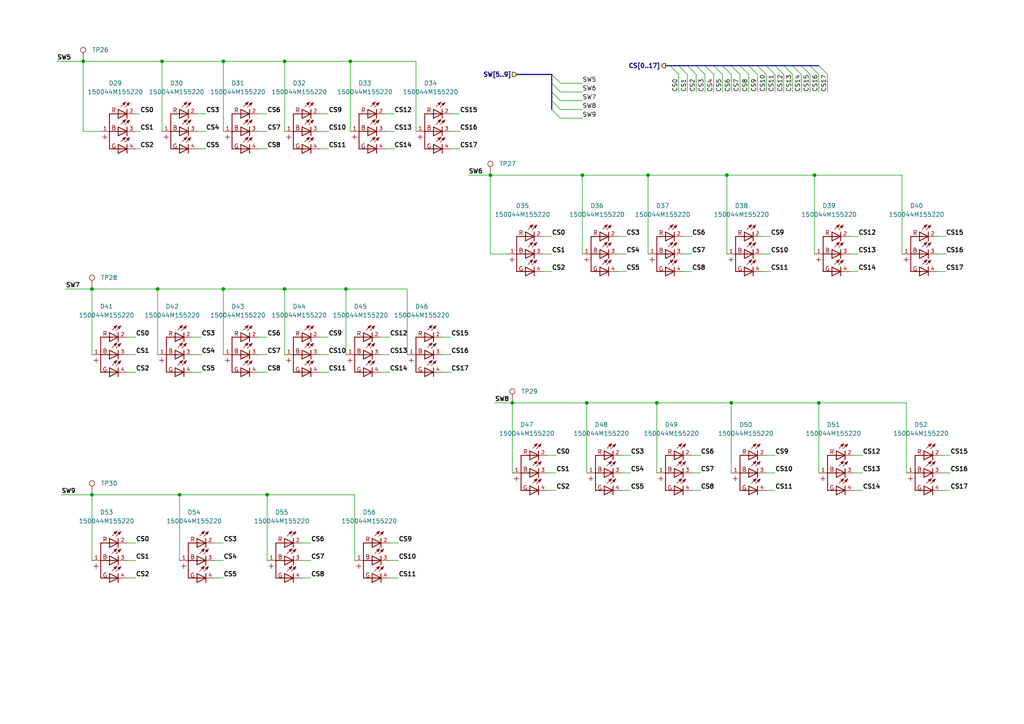
<source format=kicad_sch>
(kicad_sch (version 20250114) (generator "eeschema") (generator_version "9.0")
  (paper "A4")
  (lib_symbols
    (symbol "Connector:TestPoint" (pin_numbers (hide yes)) (pin_names (offset 0.762) (hide yes))
      (property "Reference" "TP" (at 0 6.858 0))
      (property "Value" "TestPoint" (at 0 5.08 0))
      (symbol "TestPoint_0_1"
        (circle (center 0 3.302) (radius 0.762))
      )
      (symbol "TestPoint_1_1"
        (pin passive line (at 0 0 90) (length 2.54) (name "1") (number "1"))
      )
    )
    (symbol "Hourglass_symbol_library:150044M155220" (pin_names (offset 1.016))
      (property "Reference" "D" (at 0 9.652 0))
      (property "Value" "150044M155220" (at 0 -8.128 0))
      (symbol "150044M155220_0_0"
        (polyline (pts (xy -2.54 5.08) (xy 0 5.08)) (stroke (width 0.254)))
        (polyline (pts (xy -2.54 0) (xy -2.54 5.08)) (stroke (width 0.254)))
        (polyline (pts (xy -2.54 -5.08) (xy -2.54 0)) (stroke (width 0.254)))
        (polyline (pts (xy 0 5.08) (xy 0 6.35)) (stroke (width 0.254)))
        (polyline (pts (xy 0 3.81) (xy 0 5.08)) (stroke (width 0.254)))
        (polyline (pts (xy 0 3.81) (xy 2.54 5.08)) (stroke (width 0.254)))
        (polyline (pts (xy 0 0) (xy -2.54 0)) (stroke (width 0.254)))
        (polyline (pts (xy 0 0) (xy 0 1.27)) (stroke (width 0.254)))
        (polyline (pts (xy 0 -1.27) (xy 0 0)) (stroke (width 0.254)))
        (polyline (pts (xy 0 -1.27) (xy 2.54 0)) (stroke (width 0.254)))
        (polyline (pts (xy 0 -5.08) (xy -2.54 -5.08)) (stroke (width 0.254)))
        (polyline (pts (xy 0 -5.08) (xy 0 -3.81)) (stroke (width 0.254)))
        (polyline (pts (xy 0 -6.35) (xy 0 -5.08)) (stroke (width 0.254)))
        (polyline (pts (xy 0 -6.35) (xy 2.54 -5.08)) (stroke (width 0.254)))
        (polyline (pts (xy 0.762 7.112) (xy 2.159 8.509)) (stroke (width 0.1524)))
        (polyline (pts (xy 0.762 2.032) (xy 2.159 3.429)) (stroke (width 0.1524)))
        (polyline (pts (xy 0.762 -3.048) (xy 2.159 -1.651)) (stroke (width 0.1524)))
        (polyline (pts (xy 1.905 6.985) (xy 3.302 8.382)) (stroke (width 0.1524)))
        (polyline (pts (xy 1.905 1.905) (xy 3.302 3.302)) (stroke (width 0.1524)))
        (polyline (pts (xy 1.905 -3.175) (xy 3.302 -1.778)) (stroke (width 0.1524)))
        (polyline (pts (xy 2.159 8.509) (xy 1.27 8.128) (xy 1.778 7.62) (xy 2.159 8.509)) (stroke (width 0.1524)) (fill (type outline)))
        (polyline (pts (xy 2.159 3.429) (xy 1.27 3.048) (xy 1.778 2.54) (xy 2.159 3.429)) (stroke (width 0.1524)) (fill (type outline)))
        (polyline (pts (xy 2.159 -1.651) (xy 1.27 -2.032) (xy 1.778 -2.54) (xy 2.159 -1.651)) (stroke (width 0.1524)) (fill (type outline)))
        (polyline (pts (xy 2.54 5.08) (xy 0 6.35)) (stroke (width 0.254)))
        (polyline (pts (xy 2.54 5.08) (xy 0 5.08)) (stroke (width 0.254)))
        (polyline (pts (xy 2.54 5.08) (xy 2.54 6.35)) (stroke (width 0.254)))
        (polyline (pts (xy 2.54 3.81) (xy 2.54 5.08)) (stroke (width 0.254)))
        (polyline (pts (xy 2.54 0) (xy 0 1.27)) (stroke (width 0.254)))
        (polyline (pts (xy 2.54 0) (xy 0 0)) (stroke (width 0.254)))
        (polyline (pts (xy 2.54 0) (xy 2.54 1.27)) (stroke (width 0.254)))
        (polyline (pts (xy 2.54 -1.27) (xy 2.54 0)) (stroke (width 0.254)))
        (polyline (pts (xy 2.54 -5.08) (xy 0 -3.81)) (stroke (width 0.254)))
        (polyline (pts (xy 2.54 -5.08) (xy 0 -5.08)) (stroke (width 0.254)))
        (polyline (pts (xy 2.54 -5.08) (xy 2.54 -3.81)) (stroke (width 0.254)))
        (polyline (pts (xy 2.54 -6.35) (xy 2.54 -5.08)) (stroke (width 0.254)))
        (polyline (pts (xy 3.302 8.382) (xy 2.413 8.001) (xy 2.921 7.493) (xy 3.302 8.382)) (stroke (width 0.1524)) (fill (type outline)))
        (polyline (pts (xy 3.302 3.302) (xy 2.413 2.921) (xy 2.921 2.413) (xy 3.302 3.302)) (stroke (width 0.1524)) (fill (type outline)))
        (polyline (pts (xy 3.302 -1.778) (xy 2.413 -2.159) (xy 2.921 -2.667) (xy 3.302 -1.778)) (stroke (width 0.1524)) (fill (type outline)))
        (text "+" (at -5.08 -1.524 0) (effects (font (size 1.778 1.778)) (justify left)))
        (text "R" (at -2.032 6.096 0) (effects (font (size 1.27 1.27)) (justify left)))
        (text "B" (at -2.032 1.016 0) (effects (font (size 1.27 1.27)) (justify left)))
        (text "G" (at -2.032 -4.318 0) (effects (font (size 1.27 1.27)) (justify left)))
        (pin passive line (at -5.08 0 0) (length 2.54) (name "~") (number "1"))
        (pin passive line (at 5.08 5.08 180) (length 2.54) (name "~") (number "2"))
        (pin passive line (at 5.08 0 180) (length 2.54) (name "~") (number "3"))
        (pin passive line (at 5.08 -5.08 180) (length 2.54) (name "~") (number "4"))
      )
    )
  )
  (junction (at 212.09 116.84))
  (junction (at 45.72 83.82))
  (junction (at 236.22 50.8))
  (junction (at 64.77 17.78))
  (junction (at 82.55 83.82))
  (junction (at 46.99 17.78))
  (junction (at 168.91 50.8))
  (junction (at 77.47 143.51))
  (junction (at 24.13 17.78))
  (junction (at 52.07 143.51))
  (junction (at 82.55 17.78))
  (junction (at 101.6 17.78))
  (junction (at 190.5 116.84))
  (junction (at 100.33 83.82))
  (junction (at 237.49 116.84))
  (junction (at 26.67 143.51))
  (junction (at 170.18 116.84))
  (junction (at 64.77 83.82))
  (junction (at 210.82 50.8))
  (junction (at 26.67 83.82))
  (junction (at 148.59 116.84))
  (junction (at 187.96 50.8))
  (junction (at 142.24 50.8))
  (bus_entry (at 227.33 19.05) (size 2.54 2.54))
  (bus_entry (at 201.93 19.05) (size 2.54 2.54))
  (bus_entry (at 160.02 29.21) (size 2.54 2.54))
  (bus_entry (at 212.09 19.05) (size 2.54 2.54))
  (bus_entry (at 196.85 19.05) (size 2.54 2.54))
  (bus_entry (at 234.95 19.05) (size 2.54 2.54))
  (bus_entry (at 214.63 19.05) (size 2.54 2.54))
  (bus_entry (at 209.55 19.05) (size 2.54 2.54))
  (bus_entry (at 160.02 24.13) (size 2.54 2.54))
  (bus_entry (at 224.79 19.05) (size 2.54 2.54))
  (bus_entry (at 232.41 19.05) (size 2.54 2.54))
  (bus_entry (at 229.87 19.05) (size 2.54 2.54))
  (bus_entry (at 160.02 21.59) (size 2.54 2.54))
  (bus_entry (at 194.31 19.05) (size 2.54 2.54))
  (bus_entry (at 217.17 19.05) (size 2.54 2.54))
  (bus_entry (at 160.02 26.67) (size 2.54 2.54))
  (bus_entry (at 219.71 19.05) (size 2.54 2.54))
  (bus_entry (at 237.49 19.05) (size 2.54 2.54))
  (bus_entry (at 222.25 19.05) (size 2.54 2.54))
  (bus_entry (at 160.02 31.75) (size 2.54 2.54))
  (bus_entry (at 204.47 19.05) (size 2.54 2.54))
  (bus_entry (at 207.01 19.05) (size 2.54 2.54))
  (bus_entry (at 199.39 19.05) (size 2.54 2.54))
  (wire (pts (xy 158.75 142.24) (xy 161.29 142.24)))
  (wire (pts (xy 157.48 73.66) (xy 160.02 73.66)))
  (wire (pts (xy 180.34 142.24) (xy 182.88 142.24)))
  (bus (pts (xy 227.33 19.05) (xy 229.87 19.05)))
  (wire (pts (xy 92.71 33.02) (xy 95.25 33.02)))
  (bus (pts (xy 160.02 29.21) (xy 160.02 31.75)))
  (wire (pts (xy 148.59 116.84) (xy 143.51 116.84)))
  (wire (pts (xy 179.07 73.66) (xy 181.61 73.66)))
  (wire (pts (xy 120.65 38.1) (xy 120.65 17.78)))
  (wire (pts (xy 237.49 137.16) (xy 237.49 116.84)))
  (wire (pts (xy 232.41 21.59) (xy 232.41 26.67)))
  (wire (pts (xy 198.12 68.58) (xy 200.66 68.58)))
  (wire (pts (xy 212.09 137.16) (xy 212.09 116.84)))
  (bus (pts (xy 160.02 21.59) (xy 160.02 24.13)))
  (wire (pts (xy 57.15 33.02) (xy 59.69 33.02)))
  (wire (pts (xy 162.56 29.21) (xy 168.91 29.21)))
  (wire (pts (xy 199.39 21.59) (xy 199.39 26.67)))
  (wire (pts (xy 135.89 50.8) (xy 142.24 50.8)))
  (bus (pts (xy 149.86 21.59) (xy 160.02 21.59)))
  (wire (pts (xy 168.91 50.8) (xy 142.24 50.8)))
  (wire (pts (xy 62.23 157.48) (xy 64.77 157.48)))
  (wire (pts (xy 87.63 167.64) (xy 90.17 167.64)))
  (wire (pts (xy 273.05 132.08) (xy 275.59 132.08)))
  (wire (pts (xy 130.81 33.02) (xy 133.35 33.02)))
  (wire (pts (xy 246.38 78.74) (xy 248.92 78.74)))
  (wire (pts (xy 130.81 38.1) (xy 133.35 38.1)))
  (wire (pts (xy 162.56 31.75) (xy 168.91 31.75)))
  (wire (pts (xy 55.88 97.79) (xy 58.42 97.79)))
  (bus (pts (xy 194.31 19.05) (xy 196.85 19.05)))
  (wire (pts (xy 247.65 142.24) (xy 250.19 142.24)))
  (wire (pts (xy 19.05 83.82) (xy 26.67 83.82)))
  (wire (pts (xy 204.47 21.59) (xy 204.47 26.67)))
  (wire (pts (xy 64.77 17.78) (xy 46.99 17.78)))
  (wire (pts (xy 74.93 38.1) (xy 77.47 38.1)))
  (wire (pts (xy 26.67 143.51) (xy 17.78 143.51)))
  (wire (pts (xy 74.93 102.87) (xy 77.47 102.87)))
  (bus (pts (xy 232.41 19.05) (xy 234.95 19.05)))
  (wire (pts (xy 111.76 38.1) (xy 114.3 38.1)))
  (wire (pts (xy 227.33 21.59) (xy 227.33 26.67)))
  (bus (pts (xy 204.47 19.05) (xy 207.01 19.05)))
  (wire (pts (xy 220.98 68.58) (xy 223.52 68.58)))
  (wire (pts (xy 217.17 21.59) (xy 217.17 26.67)))
  (wire (pts (xy 247.65 132.08) (xy 250.19 132.08)))
  (bus (pts (xy 207.01 19.05) (xy 209.55 19.05)))
  (wire (pts (xy 207.01 21.59) (xy 207.01 26.67)))
  (wire (pts (xy 55.88 102.87) (xy 58.42 102.87)))
  (wire (pts (xy 64.77 83.82) (xy 45.72 83.82)))
  (wire (pts (xy 102.87 162.56) (xy 102.87 143.51)))
  (bus (pts (xy 196.85 19.05) (xy 199.39 19.05)))
  (wire (pts (xy 118.11 83.82) (xy 100.33 83.82)))
  (wire (pts (xy 92.71 43.18) (xy 95.25 43.18)))
  (wire (pts (xy 62.23 162.56) (xy 64.77 162.56)))
  (wire (pts (xy 36.83 102.87) (xy 39.37 102.87)))
  (wire (pts (xy 92.71 102.87) (xy 95.25 102.87)))
  (wire (pts (xy 92.71 38.1) (xy 95.25 38.1)))
  (wire (pts (xy 210.82 50.8) (xy 187.96 50.8)))
  (wire (pts (xy 200.66 137.16) (xy 203.2 137.16)))
  (wire (pts (xy 148.59 116.84) (xy 148.59 137.16)))
  (wire (pts (xy 101.6 17.78) (xy 82.55 17.78)))
  (wire (pts (xy 102.87 143.51) (xy 77.47 143.51)))
  (wire (pts (xy 36.83 107.95) (xy 39.37 107.95)))
  (wire (pts (xy 222.25 142.24) (xy 224.79 142.24)))
  (wire (pts (xy 158.75 137.16) (xy 161.29 137.16)))
  (wire (pts (xy 39.37 38.1) (xy 40.64 38.1)))
  (wire (pts (xy 180.34 132.08) (xy 182.88 132.08)))
  (wire (pts (xy 120.65 17.78) (xy 101.6 17.78)))
  (wire (pts (xy 118.11 102.87) (xy 118.11 83.82)))
  (wire (pts (xy 170.18 116.84) (xy 148.59 116.84)))
  (wire (pts (xy 214.63 21.59) (xy 214.63 26.67)))
  (wire (pts (xy 222.25 132.08) (xy 224.79 132.08)))
  (wire (pts (xy 39.37 43.18) (xy 40.64 43.18)))
  (wire (pts (xy 36.83 97.79) (xy 39.37 97.79)))
  (wire (pts (xy 45.72 102.87) (xy 45.72 83.82)))
  (wire (pts (xy 271.78 73.66) (xy 274.32 73.66)))
  (wire (pts (xy 111.76 33.02) (xy 114.3 33.02)))
  (wire (pts (xy 16.51 17.78) (xy 24.13 17.78)))
  (wire (pts (xy 24.13 38.1) (xy 29.21 38.1)))
  (wire (pts (xy 74.93 33.02) (xy 77.47 33.02)))
  (wire (pts (xy 113.03 167.64) (xy 115.57 167.64)))
  (wire (pts (xy 224.79 21.59) (xy 224.79 26.67)))
  (bus (pts (xy 201.93 19.05) (xy 204.47 19.05)))
  (wire (pts (xy 62.23 167.64) (xy 64.77 167.64)))
  (bus (pts (xy 193.04 19.05) (xy 194.31 19.05)))
  (wire (pts (xy 77.47 143.51) (xy 52.07 143.51)))
  (bus (pts (xy 199.39 19.05) (xy 201.93 19.05)))
  (wire (pts (xy 261.62 50.8) (xy 236.22 50.8)))
  (wire (pts (xy 157.48 68.58) (xy 160.02 68.58)))
  (wire (pts (xy 229.87 21.59) (xy 229.87 26.67)))
  (wire (pts (xy 162.56 34.29) (xy 168.91 34.29)))
  (wire (pts (xy 45.72 83.82) (xy 26.67 83.82)))
  (wire (pts (xy 212.09 116.84) (xy 190.5 116.84)))
  (wire (pts (xy 26.67 83.82) (xy 26.67 102.87)))
  (bus (pts (xy 160.02 26.67) (xy 160.02 29.21)))
  (wire (pts (xy 130.81 43.18) (xy 133.35 43.18)))
  (wire (pts (xy 64.77 102.87) (xy 64.77 83.82)))
  (bus (pts (xy 214.63 19.05) (xy 217.17 19.05)))
  (wire (pts (xy 236.22 73.66) (xy 236.22 50.8)))
  (wire (pts (xy 210.82 73.66) (xy 210.82 50.8)))
  (wire (pts (xy 57.15 38.1) (xy 59.69 38.1)))
  (wire (pts (xy 82.55 38.1) (xy 82.55 17.78)))
  (wire (pts (xy 187.96 50.8) (xy 168.91 50.8)))
  (wire (pts (xy 170.18 137.16) (xy 170.18 116.84)))
  (wire (pts (xy 128.27 102.87) (xy 130.81 102.87)))
  (wire (pts (xy 219.71 21.59) (xy 219.71 26.67)))
  (bus (pts (xy 209.55 19.05) (xy 212.09 19.05)))
  (wire (pts (xy 24.13 17.78) (xy 46.99 17.78)))
  (wire (pts (xy 237.49 21.59) (xy 237.49 26.67)))
  (wire (pts (xy 273.05 142.24) (xy 275.59 142.24)))
  (wire (pts (xy 162.56 26.67) (xy 168.91 26.67)))
  (wire (pts (xy 142.24 73.66) (xy 147.32 73.66)))
  (wire (pts (xy 201.93 21.59) (xy 201.93 26.67)))
  (wire (pts (xy 100.33 102.87) (xy 100.33 83.82)))
  (wire (pts (xy 247.65 137.16) (xy 250.19 137.16)))
  (wire (pts (xy 220.98 73.66) (xy 223.52 73.66)))
  (wire (pts (xy 271.78 78.74) (xy 274.32 78.74)))
  (wire (pts (xy 142.24 50.8) (xy 142.24 73.66)))
  (wire (pts (xy 87.63 157.48) (xy 90.17 157.48)))
  (wire (pts (xy 200.66 132.08) (xy 203.2 132.08)))
  (wire (pts (xy 52.07 143.51) (xy 26.67 143.51)))
  (wire (pts (xy 110.49 107.95) (xy 113.03 107.95)))
  (wire (pts (xy 168.91 73.66) (xy 168.91 50.8)))
  (wire (pts (xy 110.49 97.79) (xy 113.03 97.79)))
  (bus (pts (xy 160.02 24.13) (xy 160.02 26.67)))
  (bus (pts (xy 212.09 19.05) (xy 214.63 19.05)))
  (wire (pts (xy 24.13 38.1) (xy 24.13 17.78)))
  (bus (pts (xy 224.79 19.05) (xy 227.33 19.05)))
  (wire (pts (xy 179.07 68.58) (xy 181.61 68.58)))
  (wire (pts (xy 157.48 78.74) (xy 160.02 78.74)))
  (wire (pts (xy 39.37 33.02) (xy 40.64 33.02)))
  (wire (pts (xy 198.12 78.74) (xy 200.66 78.74)))
  (wire (pts (xy 82.55 83.82) (xy 64.77 83.82)))
  (wire (pts (xy 273.05 137.16) (xy 275.59 137.16)))
  (wire (pts (xy 36.83 157.48) (xy 39.37 157.48)))
  (wire (pts (xy 46.99 38.1) (xy 46.99 17.78)))
  (wire (pts (xy 113.03 157.48) (xy 115.57 157.48)))
  (wire (pts (xy 128.27 97.79) (xy 130.81 97.79)))
  (wire (pts (xy 246.38 68.58) (xy 248.92 68.58)))
  (wire (pts (xy 100.33 83.82) (xy 82.55 83.82)))
  (wire (pts (xy 74.93 107.95) (xy 77.47 107.95)))
  (wire (pts (xy 234.95 21.59) (xy 234.95 26.67)))
  (wire (pts (xy 36.83 167.64) (xy 39.37 167.64)))
  (wire (pts (xy 52.07 162.56) (xy 52.07 143.51)))
  (wire (pts (xy 236.22 50.8) (xy 210.82 50.8)))
  (wire (pts (xy 110.49 102.87) (xy 113.03 102.87)))
  (wire (pts (xy 212.09 21.59) (xy 212.09 26.67)))
  (wire (pts (xy 237.49 116.84) (xy 212.09 116.84)))
  (wire (pts (xy 222.25 21.59) (xy 222.25 26.67)))
  (wire (pts (xy 36.83 162.56) (xy 39.37 162.56)))
  (wire (pts (xy 198.12 73.66) (xy 200.66 73.66)))
  (wire (pts (xy 262.89 116.84) (xy 237.49 116.84)))
  (wire (pts (xy 261.62 73.66) (xy 261.62 50.8)))
  (wire (pts (xy 240.03 21.59) (xy 240.03 26.67)))
  (wire (pts (xy 82.55 17.78) (xy 64.77 17.78)))
  (wire (pts (xy 220.98 78.74) (xy 223.52 78.74)))
  (wire (pts (xy 92.71 97.79) (xy 95.25 97.79)))
  (wire (pts (xy 111.76 43.18) (xy 114.3 43.18)))
  (wire (pts (xy 55.88 107.95) (xy 58.42 107.95)))
  (wire (pts (xy 179.07 78.74) (xy 181.61 78.74)))
  (wire (pts (xy 57.15 43.18) (xy 59.69 43.18)))
  (bus (pts (xy 217.17 19.05) (xy 219.71 19.05)))
  (bus (pts (xy 222.25 19.05) (xy 224.79 19.05)))
  (wire (pts (xy 92.71 107.95) (xy 95.25 107.95)))
  (wire (pts (xy 190.5 116.84) (xy 170.18 116.84)))
  (wire (pts (xy 87.63 162.56) (xy 90.17 162.56)))
  (bus (pts (xy 229.87 19.05) (xy 232.41 19.05)))
  (wire (pts (xy 77.47 162.56) (xy 77.47 143.51)))
  (wire (pts (xy 271.78 68.58) (xy 274.32 68.58)))
  (wire (pts (xy 209.55 21.59) (xy 209.55 26.67)))
  (wire (pts (xy 158.75 132.08) (xy 161.29 132.08)))
  (wire (pts (xy 101.6 38.1) (xy 101.6 17.78)))
  (wire (pts (xy 187.96 73.66) (xy 187.96 50.8)))
  (wire (pts (xy 180.34 137.16) (xy 182.88 137.16)))
  (wire (pts (xy 82.55 102.87) (xy 82.55 83.82)))
  (wire (pts (xy 190.5 137.16) (xy 190.5 116.84)))
  (wire (pts (xy 262.89 137.16) (xy 262.89 116.84)))
  (wire (pts (xy 26.67 162.56) (xy 26.67 143.51)))
  (bus (pts (xy 234.95 19.05) (xy 237.49 19.05)))
  (wire (pts (xy 74.93 97.79) (xy 77.47 97.79)))
  (wire (pts (xy 196.85 21.59) (xy 196.85 26.67)))
  (wire (pts (xy 64.77 38.1) (xy 64.77 17.78)))
  (wire (pts (xy 74.93 43.18) (xy 77.47 43.18)))
  (wire (pts (xy 162.56 24.13) (xy 168.91 24.13)))
  (wire (pts (xy 113.03 162.56) (xy 115.57 162.56)))
  (wire (pts (xy 222.25 137.16) (xy 224.79 137.16)))
  (wire (pts (xy 200.66 142.24) (xy 203.2 142.24)))
  (wire (pts (xy 128.27 107.95) (xy 130.81 107.95)))
  (wire (pts (xy 246.38 73.66) (xy 248.92 73.66)))
  (bus (pts (xy 219.71 19.05) (xy 222.25 19.05)))
  (label "CS9" (at 115.57 157.48 0) (effects (font (thickness 0.254) (bold yes))))
  (label "CS9" (at 223.52 68.58 0) (effects (font (thickness 0.254) (bold yes))))
  (label "CS2" (at 161.29 142.24 0) (effects (font (thickness 0.254) (bold yes))))
  (label "CS4" (at 64.77 162.56 0) (effects (font (thickness 0.254) (bold yes))))
  (label "CS4" (at 181.61 73.66 0) (effects (font (thickness 0.254) (bold yes))))
  (label "CS5" (at 64.77 167.64 0) (effects (font (thickness 0.254) (bold yes))))
  (label "CS10" (at 223.52 73.66 0) (effects (font (thickness 0.254) (bold yes))))
  (label "SW6" (at 168.91 26.67 0))
  (label "CS3" (at 64.77 157.48 0) (effects (font (thickness 0.254) (bold yes))))
  (label "CS12" (at 227.33 26.67 90))
  (label "CS5" (at 181.61 78.74 0) (effects (font (thickness 0.254) (bold yes))))
  (label "CS1" (at 199.39 26.67 90))
  (label "CS17" (at 240.03 26.67 90))
  (label "CS5" (at 59.69 43.18 0) (effects (font (thickness 0.254) (bold yes))))
  (label "CS16" (at 237.49 26.67 90))
  (label "CS0" (at 39.37 157.48 0) (effects (font (thickness 0.254) (bold yes))))
  (label "CS9" (at 219.71 26.67 90))
  (label "CS12" (at 113.03 97.79 0) (effects (font (thickness 0.254) (bold yes))))
  (label "CS9" (at 95.25 97.79 0) (effects (font (thickness 0.254) (bold yes))))
  (label "CS7" (at 90.17 162.56 0) (effects (font (thickness 0.254) (bold yes))))
  (label "CS17" (at 274.32 78.74 0) (effects (font (thickness 0.254) (bold yes))))
  (label "CS4" (at 58.42 102.87 0) (effects (font (thickness 0.254) (bold yes))))
  (label "SW7" (at 19.05 83.82 0) (effects (font (thickness 0.254) (bold yes))))
  (label "CS15" (at 133.35 33.02 0) (effects (font (thickness 0.254) (bold yes))))
  (label "CS1" (at 161.29 137.16 0) (effects (font (thickness 0.254) (bold yes))))
  (label "CS1" (at 39.37 102.87 0) (effects (font (thickness 0.254) (bold yes))))
  (label "CS0" (at 39.37 97.79 0) (effects (font (thickness 0.254) (bold yes))))
  (label "CS7" (at 200.66 73.66 0) (effects (font (thickness 0.254) (bold yes))))
  (label "CS6" (at 77.47 97.79 0) (effects (font (thickness 0.254) (bold yes))))
  (label "CS1" (at 40.64 38.1 0) (effects (font (thickness 0.254) (bold yes))))
  (label "CS16" (at 130.81 102.87 0) (effects (font (thickness 0.254) (bold yes))))
  (label "CS5" (at 182.88 142.24 0) (effects (font (thickness 0.254) (bold yes))))
  (label "CS12" (at 248.92 68.58 0) (effects (font (thickness 0.254) (bold yes))))
  (label "CS9" (at 224.79 132.08 0) (effects (font (thickness 0.254) (bold yes))))
  (label "SW8" (at 168.91 31.75 0))
  (label "CS11" (at 224.79 26.67 90))
  (label "CS14" (at 232.41 26.67 90))
  (label "CS8" (at 90.17 167.64 0) (effects (font (thickness 0.254) (bold yes))))
  (label "CS3" (at 58.42 97.79 0) (effects (font (thickness 0.254) (bold yes))))
  (label "CS8" (at 217.17 26.67 90))
  (label "CS7" (at 77.47 38.1 0) (effects (font (thickness 0.254) (bold yes))))
  (label "CS1" (at 160.02 73.66 0) (effects (font (thickness 0.254) (bold yes))))
  (label "CS16" (at 274.32 73.66 0) (effects (font (thickness 0.254) (bold yes))))
  (label "CS7" (at 203.2 137.16 0) (effects (font (thickness 0.254) (bold yes))))
  (label "CS0" (at 196.85 26.67 90))
  (label "CS10" (at 115.57 162.56 0) (effects (font (thickness 0.254) (bold yes))))
  (label "CS13" (at 248.92 73.66 0) (effects (font (thickness 0.254) (bold yes))))
  (label "CS12" (at 250.19 132.08 0) (effects (font (thickness 0.254) (bold yes))))
  (label "CS10" (at 95.25 102.87 0) (effects (font (thickness 0.254) (bold yes))))
  (label "SW9" (at 17.78 143.51 0) (effects (font (thickness 0.254) (bold yes))))
  (label "CS2" (at 160.02 78.74 0) (effects (font (thickness 0.254) (bold yes))))
  (label "CS1" (at 39.37 162.56 0) (effects (font (thickness 0.254) (bold yes))))
  (label "CS6" (at 90.17 157.48 0) (effects (font (thickness 0.254) (bold yes))))
  (label "CS11" (at 115.57 167.64 0) (effects (font (thickness 0.254) (bold yes))))
  (label "CS5" (at 58.42 107.95 0) (effects (font (thickness 0.254) (bold yes))))
  (label "CS8" (at 203.2 142.24 0) (effects (font (thickness 0.254) (bold yes))))
  (label "CS2" (at 40.64 43.18 0) (effects (font (thickness 0.254) (bold yes))))
  (label "CS6" (at 77.47 33.02 0) (effects (font (thickness 0.254) (bold yes))))
  (label "CS11" (at 223.52 78.74 0) (effects (font (thickness 0.254) (bold yes))))
  (label "CS13" (at 113.03 102.87 0) (effects (font (thickness 0.254) (bold yes))))
  (label "CS13" (at 250.19 137.16 0) (effects (font (thickness 0.254) (bold yes))))
  (label "SW8" (at 143.51 116.84 0) (effects (font (thickness 0.254) (bold yes))))
  (label "SW6" (at 135.89 50.8 0) (effects (font (thickness 0.254) (bold yes))))
  (label "CS0" (at 40.64 33.02 0) (effects (font (thickness 0.254) (bold yes))))
  (label "CS13" (at 114.3 38.1 0) (effects (font (thickness 0.254) (bold yes))))
  (label "CS9" (at 95.25 33.02 0) (effects (font (thickness 0.254) (bold yes))))
  (label "CS3" (at 182.88 132.08 0) (effects (font (thickness 0.254) (bold yes))))
  (label "CS17" (at 130.81 107.95 0) (effects (font (thickness 0.254) (bold yes))))
  (label "CS4" (at 182.88 137.16 0) (effects (font (thickness 0.254) (bold yes))))
  (label "CS0" (at 161.29 132.08 0) (effects (font (thickness 0.254) (bold yes))))
  (label "CS8" (at 77.47 43.18 0) (effects (font (thickness 0.254) (bold yes))))
  (label "SW7" (at 168.91 29.21 0))
  (label "CS4" (at 59.69 38.1 0) (effects (font (thickness 0.254) (bold yes))))
  (label "CS7" (at 77.47 102.87 0) (effects (font (thickness 0.254) (bold yes))))
  (label "CS16" (at 133.35 38.1 0) (effects (font (thickness 0.254) (bold yes))))
  (label "CS5" (at 209.55 26.67 90))
  (label "CS14" (at 114.3 43.18 0) (effects (font (thickness 0.254) (bold yes))))
  (label "CS14" (at 248.92 78.74 0) (effects (font (thickness 0.254) (bold yes))))
  (label "CS2" (at 39.37 107.95 0) (effects (font (thickness 0.254) (bold yes))))
  (label "CS10" (at 222.25 26.67 90))
  (label "CS14" (at 250.19 142.24 0) (effects (font (thickness 0.254) (bold yes))))
  (label "CS10" (at 224.79 137.16 0) (effects (font (thickness 0.254) (bold yes))))
  (label "CS15" (at 130.81 97.79 0) (effects (font (thickness 0.254) (bold yes))))
  (label "CS3" (at 181.61 68.58 0) (effects (font (thickness 0.254) (bold yes))))
  (label "CS17" (at 275.59 142.24 0) (effects (font (thickness 0.254) (bold yes))))
  (label "CS8" (at 77.47 107.95 0) (effects (font (thickness 0.254) (bold yes))))
  (label "CS16" (at 275.59 137.16 0) (effects (font (thickness 0.254) (bold yes))))
  (label "CS14" (at 113.03 107.95 0) (effects (font (thickness 0.254) (bold yes))))
  (label "CS0" (at 160.02 68.58 0) (effects (font (thickness 0.254) (bold yes))))
  (label "CS3" (at 59.69 33.02 0) (effects (font (thickness 0.254) (bold yes))))
  (label "CS11" (at 224.79 142.24 0) (effects (font (thickness 0.254) (bold yes))))
  (label "SW5" (at 16.51 17.78 0) (effects (font (thickness 0.254) (bold yes))))
  (label "CS6" (at 203.2 132.08 0) (effects (font (thickness 0.254) (bold yes))))
  (label "CS6" (at 200.66 68.58 0) (effects (font (thickness 0.254) (bold yes))))
  (label "CS7" (at 214.63 26.67 90))
  (label "CS8" (at 200.66 78.74 0) (effects (font (thickness 0.254) (bold yes))))
  (label "CS4" (at 207.01 26.67 90))
  (label "CS15" (at 234.95 26.67 90))
  (label "CS2" (at 39.37 167.64 0) (effects (font (thickness 0.254) (bold yes))))
  (label "SW9" (at 168.91 34.29 0))
  (label "CS15" (at 275.59 132.08 0) (effects (font (thickness 0.254) (bold yes))))
  (label "CS11" (at 95.25 107.95 0) (effects (font (thickness 0.254) (bold yes))))
  (label "CS6" (at 212.09 26.67 90))
  (label "CS15" (at 274.32 68.58 0) (effects (font (thickness 0.254) (bold yes))))
  (label "CS13" (at 229.87 26.67 90))
  (label "CS2" (at 201.93 26.67 90))
  (label "CS3" (at 204.47 26.67 90))
  (label "CS11" (at 95.25 43.18 0) (effects (font (thickness 0.254) (bold yes))))
  (label "CS17" (at 133.35 43.18 0) (effects (font (thickness 0.254) (bold yes))))
  (label "CS10" (at 95.25 38.1 0) (effects (font (thickness 0.254) (bold yes))))
  (label "SW5" (at 168.91 24.13 0))
  (label "CS12" (at 114.3 33.02 0) (effects (font (thickness 0.254) (bold yes))))
  (hierarchical_label "SW[5..9]" (shape input) (at 149.86 21.59 180) (effects (font (thickness 0.254) (bold yes))))
  (hierarchical_label "CS[0..17]" (shape output) (at 193.04 19.05 180) (effects (font (thickness 0.254) (bold yes))))
  (symbol (lib_id "Connector:TestPoint") (at 24.13 17.78 0) (unit 1)
    (property "Reference" "TP26" (at 26.67 14.4779 0) (effects (justify left)))
    (property "Value" "TestPoint" (effects (hide yes)))
    (property "Footprint" "TestPoint:TestPoint_Pad_D1.0mm" (effects (hide yes)))
    (property "Description" "test point" (effects (hide yes)))
  )
  (symbol (lib_id "Hourglass_symbol_library:150044M155220") (at 107.95 162.56 0) (unit 1)
    (property "Reference" "D56" (at 107.0991 148.59 0))
    (property "Value" "150044M155220" (at 107.0991 151.13 0))
    (property "Footprint" "Hourglass_footprint_library:150044M155220" (effects (hide yes)))
    (property "Description" "Multi-Color LEDs WL-SFCC 2/3V 120 deg Red, Green and Blue" (effects (hide yes)))
    (property "MF" "Wurth Elektronik" (effects (hide yes)))
    (property "Description_1" "SMT 0404 RGB Typ.(@5mA): 623/525/465 nm; 200/500/110 mcd; 2/3/3 V ; 120°" (effects (hide yes)))
    (property "Package" "None" (effects (hide yes)))
    (property "Price" "None" (effects (hide yes)))
    (property "SnapEDA_Link" "https://www.snapeda.com/parts/150044M155220/Wurth+Electronics/view-part/?ref=snap" (effects (hide yes)))
    (property "MP" "150044M155220" (effects (hide yes)))
    (property "Availability" "Not in stock" (effects (hide yes)))
    (property "Check_prices" "https://www.snapeda.com/parts/150044M155220/Wurth+Electronics/view-part/?ref=eda" (effects (hide yes)))
  )
  (symbol (lib_id "Hourglass_symbol_library:150044M155220") (at 242.57 137.16 0) (unit 1)
    (property "Reference" "D51" (at 241.7191 123.19 0))
    (property "Value" "150044M155220" (at 241.7191 125.73 0))
    (property "Footprint" "Hourglass_footprint_library:150044M155220" (effects (hide yes)))
    (property "Description" "Multi-Color LEDs WL-SFCC 2/3V 120 deg Red, Green and Blue" (effects (hide yes)))
    (property "MF" "Wurth Elektronik" (effects (hide yes)))
    (property "Description_1" "SMT 0404 RGB Typ.(@5mA): 623/525/465 nm; 200/500/110 mcd; 2/3/3 V ; 120°" (effects (hide yes)))
    (property "Package" "None" (effects (hide yes)))
    (property "Price" "None" (effects (hide yes)))
    (property "SnapEDA_Link" "https://www.snapeda.com/parts/150044M155220/Wurth+Electronics/view-part/?ref=snap" (effects (hide yes)))
    (property "MP" "150044M155220" (effects (hide yes)))
    (property "Availability" "Not in stock" (effects (hide yes)))
    (property "Check_prices" "https://www.snapeda.com/parts/150044M155220/Wurth+Electronics/view-part/?ref=eda" (effects (hide yes)))
  )
  (symbol (lib_id "Hourglass_symbol_library:150044M155220") (at 52.07 38.1 0) (unit 1)
    (property "Reference" "D30" (at 51.2191 24.13 0))
    (property "Value" "150044M155220" (at 51.2191 26.67 0))
    (property "Footprint" "Hourglass_footprint_library:150044M155220" (effects (hide yes)))
    (property "Description" "Multi-Color LEDs WL-SFCC 2/3V 120 deg Red, Green and Blue" (effects (hide yes)))
    (property "MF" "Wurth Elektronik" (effects (hide yes)))
    (property "Description_1" "SMT 0404 RGB Typ.(@5mA): 623/525/465 nm; 200/500/110 mcd; 2/3/3 V ; 120°" (effects (hide yes)))
    (property "Package" "None" (effects (hide yes)))
    (property "Price" "None" (effects (hide yes)))
    (property "SnapEDA_Link" "https://www.snapeda.com/parts/150044M155220/Wurth+Electronics/view-part/?ref=snap" (effects (hide yes)))
    (property "MP" "150044M155220" (effects (hide yes)))
    (property "Availability" "Not in stock" (effects (hide yes)))
    (property "Check_prices" "https://www.snapeda.com/parts/150044M155220/Wurth+Electronics/view-part/?ref=eda" (effects (hide yes)))
  )
  (symbol (lib_id "Connector:TestPoint") (at 148.59 116.84 0) (unit 1)
    (property "Reference" "TP29" (at 151.13 113.5379 0) (effects (justify left)))
    (property "Value" "TestPoint" (effects (hide yes)))
    (property "Footprint" "TestPoint:TestPoint_Pad_D1.0mm" (effects (hide yes)))
    (property "Description" "test point" (effects (hide yes)))
  )
  (symbol (lib_id "Hourglass_symbol_library:150044M155220") (at 125.73 38.1 0) (unit 1)
    (property "Reference" "D34" (at 124.8791 24.13 0))
    (property "Value" "150044M155220" (at 124.8791 26.67 0))
    (property "Footprint" "Hourglass_footprint_library:150044M155220" (effects (hide yes)))
    (property "Description" "Multi-Color LEDs WL-SFCC 2/3V 120 deg Red, Green and Blue" (effects (hide yes)))
    (property "MF" "Wurth Elektronik" (effects (hide yes)))
    (property "Description_1" "SMT 0404 RGB Typ.(@5mA): 623/525/465 nm; 200/500/110 mcd; 2/3/3 V ; 120°" (effects (hide yes)))
    (property "Package" "None" (effects (hide yes)))
    (property "Price" "None" (effects (hide yes)))
    (property "SnapEDA_Link" "https://www.snapeda.com/parts/150044M155220/Wurth+Electronics/view-part/?ref=snap" (effects (hide yes)))
    (property "MP" "150044M155220" (effects (hide yes)))
    (property "Availability" "Not in stock" (effects (hide yes)))
    (property "Check_prices" "https://www.snapeda.com/parts/150044M155220/Wurth+Electronics/view-part/?ref=eda" (effects (hide yes)))
  )
  (symbol (lib_id "Hourglass_symbol_library:150044M155220") (at 267.97 137.16 0) (unit 1)
    (property "Reference" "D52" (at 267.1191 123.19 0))
    (property "Value" "150044M155220" (at 267.1191 125.73 0))
    (property "Footprint" "Hourglass_footprint_library:150044M155220" (effects (hide yes)))
    (property "Description" "Multi-Color LEDs WL-SFCC 2/3V 120 deg Red, Green and Blue" (effects (hide yes)))
    (property "MF" "Wurth Elektronik" (effects (hide yes)))
    (property "Description_1" "SMT 0404 RGB Typ.(@5mA): 623/525/465 nm; 200/500/110 mcd; 2/3/3 V ; 120°" (effects (hide yes)))
    (property "Package" "None" (effects (hide yes)))
    (property "Price" "None" (effects (hide yes)))
    (property "SnapEDA_Link" "https://www.snapeda.com/parts/150044M155220/Wurth+Electronics/view-part/?ref=snap" (effects (hide yes)))
    (property "MP" "150044M155220" (effects (hide yes)))
    (property "Availability" "Not in stock" (effects (hide yes)))
    (property "Check_prices" "https://www.snapeda.com/parts/150044M155220/Wurth+Electronics/view-part/?ref=eda" (effects (hide yes)))
  )
  (symbol (lib_id "Hourglass_symbol_library:150044M155220") (at 175.26 137.16 0) (unit 1)
    (property "Reference" "D48" (at 174.4091 123.19 0))
    (property "Value" "150044M155220" (at 174.4091 125.73 0))
    (property "Footprint" "Hourglass_footprint_library:150044M155220" (effects (hide yes)))
    (property "Description" "Multi-Color LEDs WL-SFCC 2/3V 120 deg Red, Green and Blue" (effects (hide yes)))
    (property "MF" "Wurth Elektronik" (effects (hide yes)))
    (property "Description_1" "SMT 0404 RGB Typ.(@5mA): 623/525/465 nm; 200/500/110 mcd; 2/3/3 V ; 120°" (effects (hide yes)))
    (property "Package" "None" (effects (hide yes)))
    (property "Price" "None" (effects (hide yes)))
    (property "SnapEDA_Link" "https://www.snapeda.com/parts/150044M155220/Wurth+Electronics/view-part/?ref=snap" (effects (hide yes)))
    (property "MP" "150044M155220" (effects (hide yes)))
    (property "Availability" "Not in stock" (effects (hide yes)))
    (property "Check_prices" "https://www.snapeda.com/parts/150044M155220/Wurth+Electronics/view-part/?ref=eda" (effects (hide yes)))
  )
  (symbol (lib_id "Hourglass_symbol_library:150044M155220") (at 69.85 38.1 0) (unit 1)
    (property "Reference" "D31" (at 68.9991 24.13 0))
    (property "Value" "150044M155220" (at 68.9991 26.67 0))
    (property "Footprint" "Hourglass_footprint_library:150044M155220" (effects (hide yes)))
    (property "Description" "Multi-Color LEDs WL-SFCC 2/3V 120 deg Red, Green and Blue" (effects (hide yes)))
    (property "MF" "Wurth Elektronik" (effects (hide yes)))
    (property "Description_1" "SMT 0404 RGB Typ.(@5mA): 623/525/465 nm; 200/500/110 mcd; 2/3/3 V ; 120°" (effects (hide yes)))
    (property "Package" "None" (effects (hide yes)))
    (property "Price" "None" (effects (hide yes)))
    (property "SnapEDA_Link" "https://www.snapeda.com/parts/150044M155220/Wurth+Electronics/view-part/?ref=snap" (effects (hide yes)))
    (property "MP" "150044M155220" (effects (hide yes)))
    (property "Availability" "Not in stock" (effects (hide yes)))
    (property "Check_prices" "https://www.snapeda.com/parts/150044M155220/Wurth+Electronics/view-part/?ref=eda" (effects (hide yes)))
  )
  (symbol (lib_id "Hourglass_symbol_library:150044M155220") (at 195.58 137.16 0) (unit 1)
    (property "Reference" "D49" (at 194.7291 123.19 0))
    (property "Value" "150044M155220" (at 194.7291 125.73 0))
    (property "Footprint" "Hourglass_footprint_library:150044M155220" (effects (hide yes)))
    (property "Description" "Multi-Color LEDs WL-SFCC 2/3V 120 deg Red, Green and Blue" (effects (hide yes)))
    (property "MF" "Wurth Elektronik" (effects (hide yes)))
    (property "Description_1" "SMT 0404 RGB Typ.(@5mA): 623/525/465 nm; 200/500/110 mcd; 2/3/3 V ; 120°" (effects (hide yes)))
    (property "Package" "None" (effects (hide yes)))
    (property "Price" "None" (effects (hide yes)))
    (property "SnapEDA_Link" "https://www.snapeda.com/parts/150044M155220/Wurth+Electronics/view-part/?ref=snap" (effects (hide yes)))
    (property "MP" "150044M155220" (effects (hide yes)))
    (property "Availability" "Not in stock" (effects (hide yes)))
    (property "Check_prices" "https://www.snapeda.com/parts/150044M155220/Wurth+Electronics/view-part/?ref=eda" (effects (hide yes)))
  )
  (symbol (lib_id "Connector:TestPoint") (at 142.24 50.8 0) (unit 1)
    (property "Reference" "TP27" (at 144.78 47.4979 0) (effects (justify left)))
    (property "Value" "TestPoint" (effects (hide yes)))
    (property "Footprint" "TestPoint:TestPoint_Pad_D1.0mm" (effects (hide yes)))
    (property "Description" "test point" (effects (hide yes)))
  )
  (symbol (lib_id "Hourglass_symbol_library:150044M155220") (at 31.75 102.87 0) (unit 1)
    (property "Reference" "D41" (at 30.8991 88.9 0))
    (property "Value" "150044M155220" (at 30.8991 91.44 0))
    (property "Footprint" "Hourglass_footprint_library:150044M155220" (effects (hide yes)))
    (property "Description" "Multi-Color LEDs WL-SFCC 2/3V 120 deg Red, Green and Blue" (effects (hide yes)))
    (property "MF" "Wurth Elektronik" (effects (hide yes)))
    (property "Description_1" "SMT 0404 RGB Typ.(@5mA): 623/525/465 nm; 200/500/110 mcd; 2/3/3 V ; 120°" (effects (hide yes)))
    (property "Package" "None" (effects (hide yes)))
    (property "Price" "None" (effects (hide yes)))
    (property "SnapEDA_Link" "https://www.snapeda.com/parts/150044M155220/Wurth+Electronics/view-part/?ref=snap" (effects (hide yes)))
    (property "MP" "150044M155220" (effects (hide yes)))
    (property "Availability" "Not in stock" (effects (hide yes)))
    (property "Check_prices" "https://www.snapeda.com/parts/150044M155220/Wurth+Electronics/view-part/?ref=eda" (effects (hide yes)))
  )
  (symbol (lib_id "Hourglass_symbol_library:150044M155220") (at 34.29 38.1 0) (unit 1)
    (property "Reference" "D29" (at 33.4391 24.13 0))
    (property "Value" "150044M155220" (at 33.4391 26.67 0))
    (property "Footprint" "Hourglass_footprint_library:150044M155220" (effects (hide yes)))
    (property "Datasheet" "https://www.we-online.com/components/products/datasheet/150044M155220.pdf" (effects (hide yes)))
    (property "Description" "Multi-Color LEDs WL-SFCC 2/3V 120 deg Red, Green and Blue" (effects (hide yes)))
    (property "MF" "Wurth Elektronik" (effects (hide yes)))
    (property "Description_1" "SMT 0404 RGB Typ.(@5mA): 623/525/465 nm; 200/500/110 mcd; 2/3/3 V ; 120°" (effects (hide yes)))
    (property "Package" "None" (effects (hide yes)))
    (property "Price" "None" (effects (hide yes)))
    (property "SnapEDA_Link" "https://www.snapeda.com/parts/150044M155220/Wurth+Electronics/view-part/?ref=snap" (effects (hide yes)))
    (property "MP" "150044M155220" (effects (hide yes)))
    (property "Availability" "Not in stock" (effects (hide yes)))
    (property "Check_prices" "https://www.snapeda.com/parts/150044M155220/Wurth+Electronics/view-part/?ref=eda" (effects (hide yes)))
  )
  (symbol (lib_id "Hourglass_symbol_library:150044M155220") (at 152.4 73.66 0) (unit 1)
    (property "Reference" "D35" (at 151.5491 59.69 0))
    (property "Value" "150044M155220" (at 151.5491 62.23 0))
    (property "Footprint" "Hourglass_footprint_library:150044M155220" (effects (hide yes)))
    (property "Description" "Multi-Color LEDs WL-SFCC 2/3V 120 deg Red, Green and Blue" (effects (hide yes)))
    (property "MF" "Wurth Elektronik" (effects (hide yes)))
    (property "Description_1" "SMT 0404 RGB Typ.(@5mA): 623/525/465 nm; 200/500/110 mcd; 2/3/3 V ; 120°" (effects (hide yes)))
    (property "Package" "None" (effects (hide yes)))
    (property "Price" "None" (effects (hide yes)))
    (property "SnapEDA_Link" "https://www.snapeda.com/parts/150044M155220/Wurth+Electronics/view-part/?ref=snap" (effects (hide yes)))
    (property "MP" "150044M155220" (effects (hide yes)))
    (property "Availability" "Not in stock" (effects (hide yes)))
    (property "Check_prices" "https://www.snapeda.com/parts/150044M155220/Wurth+Electronics/view-part/?ref=eda" (effects (hide yes)))
  )
  (symbol (lib_id "Hourglass_symbol_library:150044M155220") (at 217.17 137.16 0) (unit 1)
    (property "Reference" "D50" (at 216.3191 123.19 0))
    (property "Value" "150044M155220" (at 216.3191 125.73 0))
    (property "Footprint" "Hourglass_footprint_library:150044M155220" (effects (hide yes)))
    (property "Description" "Multi-Color LEDs WL-SFCC 2/3V 120 deg Red, Green and Blue" (effects (hide yes)))
    (property "MF" "Wurth Elektronik" (effects (hide yes)))
    (property "Description_1" "SMT 0404 RGB Typ.(@5mA): 623/525/465 nm; 200/500/110 mcd; 2/3/3 V ; 120°" (effects (hide yes)))
    (property "Package" "None" (effects (hide yes)))
    (property "Price" "None" (effects (hide yes)))
    (property "SnapEDA_Link" "https://www.snapeda.com/parts/150044M155220/Wurth+Electronics/view-part/?ref=snap" (effects (hide yes)))
    (property "MP" "150044M155220" (effects (hide yes)))
    (property "Availability" "Not in stock" (effects (hide yes)))
    (property "Check_prices" "https://www.snapeda.com/parts/150044M155220/Wurth+Electronics/view-part/?ref=eda" (effects (hide yes)))
  )
  (symbol (lib_id "Hourglass_symbol_library:150044M155220") (at 193.04 73.66 0) (unit 1)
    (property "Reference" "D37" (at 192.1891 59.69 0))
    (property "Value" "150044M155220" (at 192.1891 62.23 0))
    (property "Footprint" "Hourglass_footprint_library:150044M155220" (effects (hide yes)))
    (property "Description" "Multi-Color LEDs WL-SFCC 2/3V 120 deg Red, Green and Blue" (effects (hide yes)))
    (property "MF" "Wurth Elektronik" (effects (hide yes)))
    (property "Description_1" "SMT 0404 RGB Typ.(@5mA): 623/525/465 nm; 200/500/110 mcd; 2/3/3 V ; 120°" (effects (hide yes)))
    (property "Package" "None" (effects (hide yes)))
    (property "Price" "None" (effects (hide yes)))
    (property "SnapEDA_Link" "https://www.snapeda.com/parts/150044M155220/Wurth+Electronics/view-part/?ref=snap" (effects (hide yes)))
    (property "MP" "150044M155220" (effects (hide yes)))
    (property "Availability" "Not in stock" (effects (hide yes)))
    (property "Check_prices" "https://www.snapeda.com/parts/150044M155220/Wurth+Electronics/view-part/?ref=eda" (effects (hide yes)))
  )
  (symbol (lib_id "Hourglass_symbol_library:150044M155220") (at 31.75 162.56 0) (unit 1)
    (property "Reference" "D53" (at 30.8991 148.59 0))
    (property "Value" "150044M155220" (at 30.8991 151.13 0))
    (property "Footprint" "Hourglass_footprint_library:150044M155220" (effects (hide yes)))
    (property "Description" "Multi-Color LEDs WL-SFCC 2/3V 120 deg Red, Green and Blue" (effects (hide yes)))
    (property "MF" "Wurth Elektronik" (effects (hide yes)))
    (property "Description_1" "SMT 0404 RGB Typ.(@5mA): 623/525/465 nm; 200/500/110 mcd; 2/3/3 V ; 120°" (effects (hide yes)))
    (property "Package" "None" (effects (hide yes)))
    (property "Price" "None" (effects (hide yes)))
    (property "SnapEDA_Link" "https://www.snapeda.com/parts/150044M155220/Wurth+Electronics/view-part/?ref=snap" (effects (hide yes)))
    (property "MP" "150044M155220" (effects (hide yes)))
    (property "Availability" "Not in stock" (effects (hide yes)))
    (property "Check_prices" "https://www.snapeda.com/parts/150044M155220/Wurth+Electronics/view-part/?ref=eda" (effects (hide yes)))
  )
  (symbol (lib_id "Hourglass_symbol_library:150044M155220") (at 106.68 38.1 0) (unit 1)
    (property "Reference" "D33" (at 105.8291 24.13 0))
    (property "Value" "150044M155220" (at 105.8291 26.67 0))
    (property "Footprint" "Hourglass_footprint_library:150044M155220" (effects (hide yes)))
    (property "Description" "Multi-Color LEDs WL-SFCC 2/3V 120 deg Red, Green and Blue" (effects (hide yes)))
    (property "MF" "Wurth Elektronik" (effects (hide yes)))
    (property "Description_1" "SMT 0404 RGB Typ.(@5mA): 623/525/465 nm; 200/500/110 mcd; 2/3/3 V ; 120°" (effects (hide yes)))
    (property "Package" "None" (effects (hide yes)))
    (property "Price" "None" (effects (hide yes)))
    (property "SnapEDA_Link" "https://www.snapeda.com/parts/150044M155220/Wurth+Electronics/view-part/?ref=snap" (effects (hide yes)))
    (property "MP" "150044M155220" (effects (hide yes)))
    (property "Availability" "Not in stock" (effects (hide yes)))
    (property "Check_prices" "https://www.snapeda.com/parts/150044M155220/Wurth+Electronics/view-part/?ref=eda" (effects (hide yes)))
  )
  (symbol (lib_id "Hourglass_symbol_library:150044M155220") (at 57.15 162.56 0) (unit 1)
    (property "Reference" "D54" (at 56.2991 148.59 0))
    (property "Value" "150044M155220" (at 56.2991 151.13 0))
    (property "Footprint" "Hourglass_footprint_library:150044M155220" (effects (hide yes)))
    (property "Description" "Multi-Color LEDs WL-SFCC 2/3V 120 deg Red, Green and Blue" (effects (hide yes)))
    (property "MF" "Wurth Elektronik" (effects (hide yes)))
    (property "Description_1" "SMT 0404 RGB Typ.(@5mA): 623/525/465 nm; 200/500/110 mcd; 2/3/3 V ; 120°" (effects (hide yes)))
    (property "Package" "None" (effects (hide yes)))
    (property "Price" "None" (effects (hide yes)))
    (property "SnapEDA_Link" "https://www.snapeda.com/parts/150044M155220/Wurth+Electronics/view-part/?ref=snap" (effects (hide yes)))
    (property "MP" "150044M155220" (effects (hide yes)))
    (property "Availability" "Not in stock" (effects (hide yes)))
    (property "Check_prices" "https://www.snapeda.com/parts/150044M155220/Wurth+Electronics/view-part/?ref=eda" (effects (hide yes)))
  )
  (symbol (lib_id "Hourglass_symbol_library:150044M155220") (at 50.8 102.87 0) (unit 1)
    (property "Reference" "D42" (at 49.9491 88.9 0))
    (property "Value" "150044M155220" (at 49.9491 91.44 0))
    (property "Footprint" "Hourglass_footprint_library:150044M155220" (effects (hide yes)))
    (property "Description" "Multi-Color LEDs WL-SFCC 2/3V 120 deg Red, Green and Blue" (effects (hide yes)))
    (property "MF" "Wurth Elektronik" (effects (hide yes)))
    (property "Description_1" "SMT 0404 RGB Typ.(@5mA): 623/525/465 nm; 200/500/110 mcd; 2/3/3 V ; 120°" (effects (hide yes)))
    (property "Package" "None" (effects (hide yes)))
    (property "Price" "None" (effects (hide yes)))
    (property "SnapEDA_Link" "https://www.snapeda.com/parts/150044M155220/Wurth+Electronics/view-part/?ref=snap" (effects (hide yes)))
    (property "MP" "150044M155220" (effects (hide yes)))
    (property "Availability" "Not in stock" (effects (hide yes)))
    (property "Check_prices" "https://www.snapeda.com/parts/150044M155220/Wurth+Electronics/view-part/?ref=eda" (effects (hide yes)))
  )
  (symbol (lib_id "Hourglass_symbol_library:150044M155220") (at 266.7 73.66 0) (unit 1)
    (property "Reference" "D40" (at 265.8491 59.69 0))
    (property "Value" "150044M155220" (at 265.8491 62.23 0))
    (property "Footprint" "Hourglass_footprint_library:150044M155220" (effects (hide yes)))
    (property "Description" "Multi-Color LEDs WL-SFCC 2/3V 120 deg Red, Green and Blue" (effects (hide yes)))
    (property "MF" "Wurth Elektronik" (effects (hide yes)))
    (property "Description_1" "SMT 0404 RGB Typ.(@5mA): 623/525/465 nm; 200/500/110 mcd; 2/3/3 V ; 120°" (effects (hide yes)))
    (property "Package" "None" (effects (hide yes)))
    (property "Price" "None" (effects (hide yes)))
    (property "SnapEDA_Link" "https://www.snapeda.com/parts/150044M155220/Wurth+Electronics/view-part/?ref=snap" (effects (hide yes)))
    (property "MP" "150044M155220" (effects (hide yes)))
    (property "Availability" "Not in stock" (effects (hide yes)))
    (property "Check_prices" "https://www.snapeda.com/parts/150044M155220/Wurth+Electronics/view-part/?ref=eda" (effects (hide yes)))
  )
  (symbol (lib_id "Hourglass_symbol_library:150044M155220") (at 241.3 73.66 0) (unit 1)
    (property "Reference" "D39" (at 240.4491 59.69 0))
    (property "Value" "150044M155220" (at 240.4491 62.23 0))
    (property "Footprint" "Hourglass_footprint_library:150044M155220" (effects (hide yes)))
    (property "Description" "Multi-Color LEDs WL-SFCC 2/3V 120 deg Red, Green and Blue" (effects (hide yes)))
    (property "MF" "Wurth Elektronik" (effects (hide yes)))
    (property "Description_1" "SMT 0404 RGB Typ.(@5mA): 623/525/465 nm; 200/500/110 mcd; 2/3/3 V ; 120°" (effects (hide yes)))
    (property "Package" "None" (effects (hide yes)))
    (property "Price" "None" (effects (hide yes)))
    (property "SnapEDA_Link" "https://www.snapeda.com/parts/150044M155220/Wurth+Electronics/view-part/?ref=snap" (effects (hide yes)))
    (property "MP" "150044M155220" (effects (hide yes)))
    (property "Availability" "Not in stock" (effects (hide yes)))
    (property "Check_prices" "https://www.snapeda.com/parts/150044M155220/Wurth+Electronics/view-part/?ref=eda" (effects (hide yes)))
  )
  (symbol (lib_id "Hourglass_symbol_library:150044M155220") (at 153.67 137.16 0) (unit 1)
    (property "Reference" "D47" (at 152.8191 123.19 0))
    (property "Value" "150044M155220" (at 152.8191 125.73 0))
    (property "Footprint" "Hourglass_footprint_library:150044M155220" (effects (hide yes)))
    (property "Description" "Multi-Color LEDs WL-SFCC 2/3V 120 deg Red, Green and Blue" (effects (hide yes)))
    (property "MF" "Wurth Elektronik" (effects (hide yes)))
    (property "Description_1" "SMT 0404 RGB Typ.(@5mA): 623/525/465 nm; 200/500/110 mcd; 2/3/3 V ; 120°" (effects (hide yes)))
    (property "Package" "None" (effects (hide yes)))
    (property "Price" "None" (effects (hide yes)))
    (property "SnapEDA_Link" "https://www.snapeda.com/parts/150044M155220/Wurth+Electronics/view-part/?ref=snap" (effects (hide yes)))
    (property "MP" "150044M155220" (effects (hide yes)))
    (property "Availability" "Not in stock" (effects (hide yes)))
    (property "Check_prices" "https://www.snapeda.com/parts/150044M155220/Wurth+Electronics/view-part/?ref=eda" (effects (hide yes)))
  )
  (symbol (lib_id "Hourglass_symbol_library:150044M155220") (at 215.9 73.66 0) (unit 1)
    (property "Reference" "D38" (at 215.0491 59.69 0))
    (property "Value" "150044M155220" (at 215.0491 62.23 0))
    (property "Footprint" "Hourglass_footprint_library:150044M155220" (effects (hide yes)))
    (property "Description" "Multi-Color LEDs WL-SFCC 2/3V 120 deg Red, Green and Blue" (effects (hide yes)))
    (property "MF" "Wurth Elektronik" (effects (hide yes)))
    (property "Description_1" "SMT 0404 RGB Typ.(@5mA): 623/525/465 nm; 200/500/110 mcd; 2/3/3 V ; 120°" (effects (hide yes)))
    (property "Package" "None" (effects (hide yes)))
    (property "Price" "None" (effects (hide yes)))
    (property "SnapEDA_Link" "https://www.snapeda.com/parts/150044M155220/Wurth+Electronics/view-part/?ref=snap" (effects (hide yes)))
    (property "MP" "150044M155220" (effects (hide yes)))
    (property "Availability" "Not in stock" (effects (hide yes)))
    (property "Check_prices" "https://www.snapeda.com/parts/150044M155220/Wurth+Electronics/view-part/?ref=eda" (effects (hide yes)))
  )
  (symbol (lib_id "Hourglass_symbol_library:150044M155220") (at 123.19 102.87 0) (unit 1)
    (property "Reference" "D46" (at 122.3391 88.9 0))
    (property "Value" "150044M155220" (at 122.3391 91.44 0))
    (property "Footprint" "Hourglass_footprint_library:150044M155220" (effects (hide yes)))
    (property "Description" "Multi-Color LEDs WL-SFCC 2/3V 120 deg Red, Green and Blue" (effects (hide yes)))
    (property "MF" "Wurth Elektronik" (effects (hide yes)))
    (property "Description_1" "SMT 0404 RGB Typ.(@5mA): 623/525/465 nm; 200/500/110 mcd; 2/3/3 V ; 120°" (effects (hide yes)))
    (property "Package" "None" (effects (hide yes)))
    (property "Price" "None" (effects (hide yes)))
    (property "SnapEDA_Link" "https://www.snapeda.com/parts/150044M155220/Wurth+Electronics/view-part/?ref=snap" (effects (hide yes)))
    (property "MP" "150044M155220" (effects (hide yes)))
    (property "Availability" "Not in stock" (effects (hide yes)))
    (property "Check_prices" "https://www.snapeda.com/parts/150044M155220/Wurth+Electronics/view-part/?ref=eda" (effects (hide yes)))
  )
  (symbol (lib_id "Hourglass_symbol_library:150044M155220") (at 87.63 102.87 0) (unit 1)
    (property "Reference" "D44" (at 86.7791 88.9 0))
    (property "Value" "150044M155220" (at 86.7791 91.44 0))
    (property "Footprint" "Hourglass_footprint_library:150044M155220" (effects (hide yes)))
    (property "Description" "Multi-Color LEDs WL-SFCC 2/3V 120 deg Red, Green and Blue" (effects (hide yes)))
    (property "MF" "Wurth Elektronik" (effects (hide yes)))
    (property "Description_1" "SMT 0404 RGB Typ.(@5mA): 623/525/465 nm; 200/500/110 mcd; 2/3/3 V ; 120°" (effects (hide yes)))
    (property "Package" "None" (effects (hide yes)))
    (property "Price" "None" (effects (hide yes)))
    (property "SnapEDA_Link" "https://www.snapeda.com/parts/150044M155220/Wurth+Electronics/view-part/?ref=snap" (effects (hide yes)))
    (property "MP" "150044M155220" (effects (hide yes)))
    (property "Availability" "Not in stock" (effects (hide yes)))
    (property "Check_prices" "https://www.snapeda.com/parts/150044M155220/Wurth+Electronics/view-part/?ref=eda" (effects (hide yes)))
  )
  (symbol (lib_id "Connector:TestPoint") (at 26.67 143.51 0) (unit 1)
    (property "Reference" "TP30" (at 29.21 140.2079 0) (effects (justify left)))
    (property "Value" "TestPoint" (effects (hide yes)))
    (property "Footprint" "TestPoint:TestPoint_Pad_D1.0mm" (effects (hide yes)))
    (property "Description" "test point" (effects (hide yes)))
  )
  (symbol (lib_id "Hourglass_symbol_library:150044M155220") (at 87.63 38.1 0) (unit 1)
    (property "Reference" "D32" (at 86.7791 24.13 0))
    (property "Value" "150044M155220" (at 86.7791 26.67 0))
    (property "Footprint" "Hourglass_footprint_library:150044M155220" (effects (hide yes)))
    (property "Description" "Multi-Color LEDs WL-SFCC 2/3V 120 deg Red, Green and Blue" (effects (hide yes)))
    (property "MF" "Wurth Elektronik" (effects (hide yes)))
    (property "Description_1" "SMT 0404 RGB Typ.(@5mA): 623/525/465 nm; 200/500/110 mcd; 2/3/3 V ; 120°" (effects (hide yes)))
    (property "Package" "None" (effects (hide yes)))
    (property "Price" "None" (effects (hide yes)))
    (property "SnapEDA_Link" "https://www.snapeda.com/parts/150044M155220/Wurth+Electronics/view-part/?ref=snap" (effects (hide yes)))
    (property "MP" "150044M155220" (effects (hide yes)))
    (property "Availability" "Not in stock" (effects (hide yes)))
    (property "Check_prices" "https://www.snapeda.com/parts/150044M155220/Wurth+Electronics/view-part/?ref=eda" (effects (hide yes)))
  )
  (symbol (lib_id "Hourglass_symbol_library:150044M155220") (at 173.99 73.66 0) (unit 1)
    (property "Reference" "D36" (at 173.1391 59.69 0))
    (property "Value" "150044M155220" (at 173.1391 62.23 0))
    (property "Footprint" "Hourglass_footprint_library:150044M155220" (effects (hide yes)))
    (property "Description" "Multi-Color LEDs WL-SFCC 2/3V 120 deg Red, Green and Blue" (effects (hide yes)))
    (property "MF" "Wurth Elektronik" (effects (hide yes)))
    (property "Description_1" "SMT 0404 RGB Typ.(@5mA): 623/525/465 nm; 200/500/110 mcd; 2/3/3 V ; 120°" (effects (hide yes)))
    (property "Package" "None" (effects (hide yes)))
    (property "Price" "None" (effects (hide yes)))
    (property "SnapEDA_Link" "https://www.snapeda.com/parts/150044M155220/Wurth+Electronics/view-part/?ref=snap" (effects (hide yes)))
    (property "MP" "150044M155220" (effects (hide yes)))
    (property "Availability" "Not in stock" (effects (hide yes)))
    (property "Check_prices" "https://www.snapeda.com/parts/150044M155220/Wurth+Electronics/view-part/?ref=eda" (effects (hide yes)))
  )
  (symbol (lib_id "Hourglass_symbol_library:150044M155220") (at 105.41 102.87 0) (unit 1)
    (property "Reference" "D45" (at 104.5591 88.9 0))
    (property "Value" "150044M155220" (at 104.5591 91.44 0))
    (property "Footprint" "Hourglass_footprint_library:150044M155220" (effects (hide yes)))
    (property "Description" "Multi-Color LEDs WL-SFCC 2/3V 120 deg Red, Green and Blue" (effects (hide yes)))
    (property "MF" "Wurth Elektronik" (effects (hide yes)))
    (property "Description_1" "SMT 0404 RGB Typ.(@5mA): 623/525/465 nm; 200/500/110 mcd; 2/3/3 V ; 120°" (effects (hide yes)))
    (property "Package" "None" (effects (hide yes)))
    (property "Price" "None" (effects (hide yes)))
    (property "SnapEDA_Link" "https://www.snapeda.com/parts/150044M155220/Wurth+Electronics/view-part/?ref=snap" (effects (hide yes)))
    (property "MP" "150044M155220" (effects (hide yes)))
    (property "Availability" "Not in stock" (effects (hide yes)))
    (property "Check_prices" "https://www.snapeda.com/parts/150044M155220/Wurth+Electronics/view-part/?ref=eda" (effects (hide yes)))
  )
  (symbol (lib_id "Hourglass_symbol_library:150044M155220") (at 82.55 162.56 0) (unit 1)
    (property "Reference" "D55" (at 81.6991 148.59 0))
    (property "Value" "150044M155220" (at 81.6991 151.13 0))
    (property "Footprint" "Hourglass_footprint_library:150044M155220" (effects (hide yes)))
    (property "Description" "Multi-Color LEDs WL-SFCC 2/3V 120 deg Red, Green and Blue" (effects (hide yes)))
    (property "MF" "Wurth Elektronik" (effects (hide yes)))
    (property "Description_1" "SMT 0404 RGB Typ.(@5mA): 623/525/465 nm; 200/500/110 mcd; 2/3/3 V ; 120°" (effects (hide yes)))
    (property "Package" "None" (effects (hide yes)))
    (property "Price" "None" (effects (hide yes)))
    (property "SnapEDA_Link" "https://www.snapeda.com/parts/150044M155220/Wurth+Electronics/view-part/?ref=snap" (effects (hide yes)))
    (property "MP" "150044M155220" (effects (hide yes)))
    (property "Availability" "Not in stock" (effects (hide yes)))
    (property "Check_prices" "https://www.snapeda.com/parts/150044M155220/Wurth+Electronics/view-part/?ref=eda" (effects (hide yes)))
  )
  (symbol (lib_id "Hourglass_symbol_library:150044M155220") (at 69.85 102.87 0) (unit 1)
    (property "Reference" "D43" (at 68.9991 88.9 0))
    (property "Value" "150044M155220" (at 68.9991 91.44 0))
    (property "Footprint" "Hourglass_footprint_library:150044M155220" (effects (hide yes)))
    (property "Description" "Multi-Color LEDs WL-SFCC 2/3V 120 deg Red, Green and Blue" (effects (hide yes)))
    (property "MF" "Wurth Elektronik" (effects (hide yes)))
    (property "Description_1" "SMT 0404 RGB Typ.(@5mA): 623/525/465 nm; 200/500/110 mcd; 2/3/3 V ; 120°" (effects (hide yes)))
    (property "Package" "None" (effects (hide yes)))
    (property "Price" "None" (effects (hide yes)))
    (property "SnapEDA_Link" "https://www.snapeda.com/parts/150044M155220/Wurth+Electronics/view-part/?ref=snap" (effects (hide yes)))
    (property "MP" "150044M155220" (effects (hide yes)))
    (property "Availability" "Not in stock" (effects (hide yes)))
    (property "Check_prices" "https://www.snapeda.com/parts/150044M155220/Wurth+Electronics/view-part/?ref=eda" (effects (hide yes)))
  )
  (symbol (lib_id "Connector:TestPoint") (at 26.67 83.82 0) (unit 1)
    (property "Reference" "TP28" (at 29.21 80.5179 0) (effects (justify left)))
    (property "Value" "TestPoint" (effects (hide yes)))
    (property "Footprint" "TestPoint:TestPoint_Pad_D1.0mm" (effects (hide yes)))
    (property "Description" "test point" (effects (hide yes)))
  )
)
</source>
